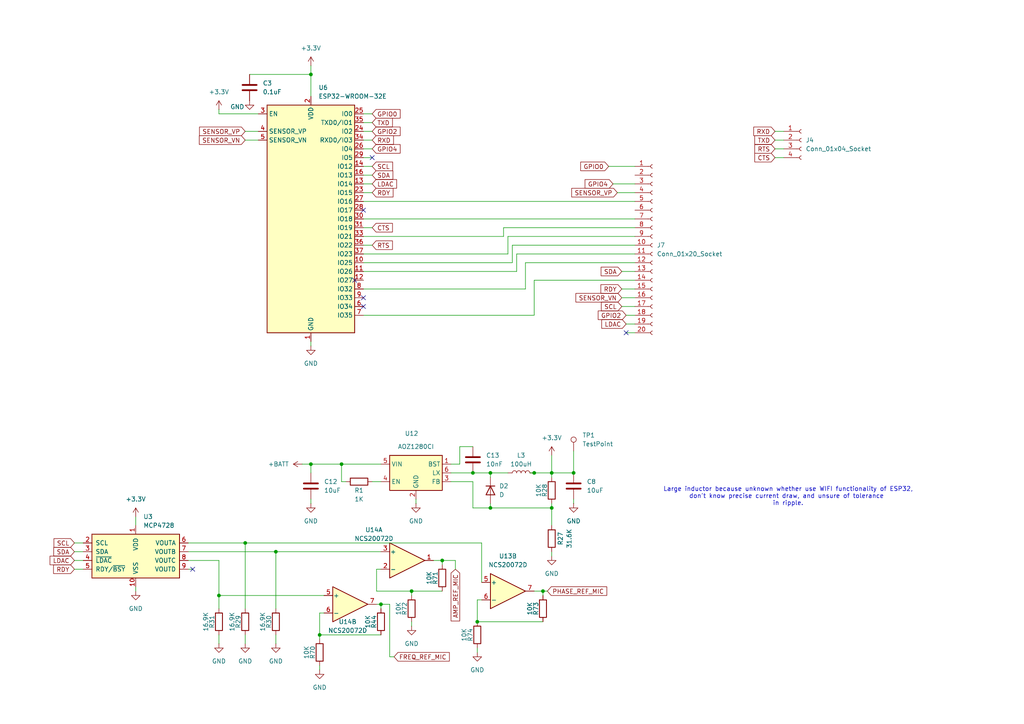
<source format=kicad_sch>
(kicad_sch (version 20250114) (generator "eeschema") (generator_version "9.0")
  (paper "A4")
  (lib_symbols
    (symbol "Amplifier_Operational:NCS20072D" (pin_names (offset 0.127))
      (property "Reference" "U" (at 2.54 6.35 0))
      (property "Value" "NCS20072D" (at 2.54 3.81 0))
      (symbol "NCS20072D_1_1"
        (polyline (pts (xy 5.08 0) (xy -5.08 5.08) (xy -5.08 -5.08) (xy 5.08 0)) (stroke (width 0.254)) (fill (type background)))
        (pin input line (at -7.62 2.54 0) (length 2.54) (name "+") (number "3"))
        (pin input line (at -7.62 -2.54 0) (length 2.54) (name "-") (number "2"))
        (pin output line (at 7.62 0 180) (length 2.54) (name "~") (number "1"))
      )
      (symbol "NCS20072D_2_1"
        (polyline (pts (xy 5.08 0) (xy -5.08 5.08) (xy -5.08 -5.08) (xy 5.08 0)) (stroke (width 0.254)) (fill (type background)))
        (pin input line (at -7.62 2.54 0) (length 2.54) (name "+") (number "5"))
        (pin input line (at -7.62 -2.54 0) (length 2.54) (name "-") (number "6"))
        (pin output line (at 7.62 0 180) (length 2.54) (name "~") (number "7"))
      )
      (symbol "NCS20072D_3_1"
        (pin power_in line (at 0 7.62 270) (length 3.81) (name "V+") (number "8"))
        (pin power_in line (at 0 -7.62 90) (length 3.81) (name "V-") (number "4"))
      )
    )
    (symbol "Analog_DAC:MCP4728" (pin_names (offset 1.016))
      (property "Reference" "U" (at -12.7 6.35 0))
      (property "Value" "MCP4728" (at 12.7 6.35 0))
      (symbol "MCP4728_0_1"
        (rectangle (start -12.7 5.08) (end 12.7 -7.62) (stroke (width 0.254)) (fill (type background)))
      )
      (symbol "MCP4728_1_1"
        (pin input line (at -15.24 2.54 0) (length 2.54) (name "SCL") (number "2"))
        (pin bidirectional line (at -15.24 0 0) (length 2.54) (name "SDA") (number "3"))
        (pin input line (at -15.24 -2.54 0) (length 2.54) (name "~{LDAC}") (number "4"))
        (pin output line (at -15.24 -5.08 0) (length 2.54) (name "RDY/~{BSY}") (number "5"))
        (pin power_in line (at 0 7.62 270) (length 2.54) (name "VDD") (number "1"))
        (pin power_in line (at 0 -10.16 90) (length 2.54) (name "VSS") (number "10"))
        (pin output line (at 15.24 2.54 180) (length 2.54) (name "VOUTA") (number "6"))
        (pin output line (at 15.24 0 180) (length 2.54) (name "VOUTB") (number "7"))
        (pin output line (at 15.24 -2.54 180) (length 2.54) (name "VOUTC") (number "8"))
        (pin output line (at 15.24 -5.08 180) (length 2.54) (name "VOUTD") (number "9"))
      )
    )
    (symbol "Connector:Conn_01x04_Socket" (pin_names (offset 1.016) (hide yes))
      (property "Reference" "J" (at 0 5.08 0))
      (property "Value" "Conn_01x04_Socket" (at 0 -7.62 0))
      (symbol "Conn_01x04_Socket_1_1"
        (polyline (pts (xy -1.27 2.54) (xy -0.508 2.54)) (stroke (width 0.1524)))
        (polyline (pts (xy -1.27 0) (xy -0.508 0)) (stroke (width 0.1524)))
        (polyline (pts (xy -1.27 -2.54) (xy -0.508 -2.54)) (stroke (width 0.1524)))
        (polyline (pts (xy -1.27 -5.08) (xy -0.508 -5.08)) (stroke (width 0.1524)))
        (arc (start 0 2.032) (mid -0.5058 2.54) (end 0 3.048) (stroke (width 0.1524)))
        (arc (start 0 -0.508) (mid -0.5058 0) (end 0 0.508) (stroke (width 0.1524)))
        (arc (start 0 -3.048) (mid -0.5058 -2.54) (end 0 -2.032) (stroke (width 0.1524)))
        (arc (start 0 -5.588) (mid -0.5058 -5.08) (end 0 -4.572) (stroke (width 0.1524)))
        (pin passive line (at -5.08 2.54 0) (length 3.81) (name "Pin_1") (number "1"))
        (pin passive line (at -5.08 0 0) (length 3.81) (name "Pin_2") (number "2"))
        (pin passive line (at -5.08 -2.54 0) (length 3.81) (name "Pin_3") (number "3"))
        (pin passive line (at -5.08 -5.08 0) (length 3.81) (name "Pin_4") (number "4"))
      )
    )
    (symbol "Connector:Conn_01x20_Socket" (pin_names (offset 1.016) (hide yes))
      (property "Reference" "J" (at 0 25.4 0))
      (property "Value" "Conn_01x20_Socket" (at 0 -27.94 0))
      (symbol "Conn_01x20_Socket_1_1"
        (polyline (pts (xy -1.27 22.86) (xy -0.508 22.86)) (stroke (width 0.1524)))
        (polyline (pts (xy -1.27 20.32) (xy -0.508 20.32)) (stroke (width 0.1524)))
        (polyline (pts (xy -1.27 17.78) (xy -0.508 17.78)) (stroke (width 0.1524)))
        (polyline (pts (xy -1.27 15.24) (xy -0.508 15.24)) (stroke (width 0.1524)))
        (polyline (pts (xy -1.27 12.7) (xy -0.508 12.7)) (stroke (width 0.1524)))
        (polyline (pts (xy -1.27 10.16) (xy -0.508 10.16)) (stroke (width 0.1524)))
        (polyline (pts (xy -1.27 7.62) (xy -0.508 7.62)) (stroke (width 0.1524)))
        (polyline (pts (xy -1.27 5.08) (xy -0.508 5.08)) (stroke (width 0.1524)))
        (polyline (pts (xy -1.27 2.54) (xy -0.508 2.54)) (stroke (width 0.1524)))
        (polyline (pts (xy -1.27 0) (xy -0.508 0)) (stroke (width 0.1524)))
        (polyline (pts (xy -1.27 -2.54) (xy -0.508 -2.54)) (stroke (width 0.1524)))
        (polyline (pts (xy -1.27 -5.08) (xy -0.508 -5.08)) (stroke (width 0.1524)))
        (polyline (pts (xy -1.27 -7.62) (xy -0.508 -7.62)) (stroke (width 0.1524)))
        (polyline (pts (xy -1.27 -10.16) (xy -0.508 -10.16)) (stroke (width 0.1524)))
        (polyline (pts (xy -1.27 -12.7) (xy -0.508 -12.7)) (stroke (width 0.1524)))
        (polyline (pts (xy -1.27 -15.24) (xy -0.508 -15.24)) (stroke (width 0.1524)))
        (polyline (pts (xy -1.27 -17.78) (xy -0.508 -17.78)) (stroke (width 0.1524)))
        (polyline (pts (xy -1.27 -20.32) (xy -0.508 -20.32)) (stroke (width 0.1524)))
        (polyline (pts (xy -1.27 -22.86) (xy -0.508 -22.86)) (stroke (width 0.1524)))
        (polyline (pts (xy -1.27 -25.4) (xy -0.508 -25.4)) (stroke (width 0.1524)))
        (arc (start 0 22.352) (mid -0.5058 22.86) (end 0 23.368) (stroke (width 0.1524)))
        (arc (start 0 19.812) (mid -0.5058 20.32) (end 0 20.828) (stroke (width 0.1524)))
        (arc (start 0 17.272) (mid -0.5058 17.78) (end 0 18.288) (stroke (width 0.1524)))
        (arc (start 0 14.732) (mid -0.5058 15.24) (end 0 15.748) (stroke (width 0.1524)))
        (arc (start 0 12.192) (mid -0.5058 12.7) (end 0 13.208) (stroke (width 0.1524)))
        (arc (start 0 9.652) (mid -0.5058 10.16) (end 0 10.668) (stroke (width 0.1524)))
        (arc (start 0 7.112) (mid -0.5058 7.62) (end 0 8.128) (stroke (width 0.1524)))
        (arc (start 0 4.572) (mid -0.5058 5.08) (end 0 5.588) (stroke (width 0.1524)))
        (arc (start 0 2.032) (mid -0.5058 2.54) (end 0 3.048) (stroke (width 0.1524)))
        (arc (start 0 -0.508) (mid -0.5058 0) (end 0 0.508) (stroke (width 0.1524)))
        (arc (start 0 -3.048) (mid -0.5058 -2.54) (end 0 -2.032) (stroke (width 0.1524)))
        (arc (start 0 -5.588) (mid -0.5058 -5.08) (end 0 -4.572) (stroke (width 0.1524)))
        (arc (start 0 -8.128) (mid -0.5058 -7.62) (end 0 -7.112) (stroke (width 0.1524)))
        (arc (start 0 -10.668) (mid -0.5058 -10.16) (end 0 -9.652) (stroke (width 0.1524)))
        (arc (start 0 -13.208) (mid -0.5058 -12.7) (end 0 -12.192) (stroke (width 0.1524)))
        (arc (start 0 -15.748) (mid -0.5058 -15.24) (end 0 -14.732) (stroke (width 0.1524)))
        (arc (start 0 -18.288) (mid -0.5058 -17.78) (end 0 -17.272) (stroke (width 0.1524)))
        (arc (start 0 -20.828) (mid -0.5058 -20.32) (end 0 -19.812) (stroke (width 0.1524)))
        (arc (start 0 -23.368) (mid -0.5058 -22.86) (end 0 -22.352) (stroke (width 0.1524)))
        (arc (start 0 -25.908) (mid -0.5058 -25.4) (end 0 -24.892) (stroke (width 0.1524)))
        (pin passive line (at -5.08 22.86 0) (length 3.81) (name "Pin_1") (number "1"))
        (pin passive line (at -5.08 20.32 0) (length 3.81) (name "Pin_2") (number "2"))
        (pin passive line (at -5.08 17.78 0) (length 3.81) (name "Pin_3") (number "3"))
        (pin passive line (at -5.08 15.24 0) (length 3.81) (name "Pin_4") (number "4"))
        (pin passive line (at -5.08 12.7 0) (length 3.81) (name "Pin_5") (number "5"))
        (pin passive line (at -5.08 10.16 0) (length 3.81) (name "Pin_6") (number "6"))
        (pin passive line (at -5.08 7.62 0) (length 3.81) (name "Pin_7") (number "7"))
        (pin passive line (at -5.08 5.08 0) (length 3.81) (name "Pin_8") (number "8"))
        (pin passive line (at -5.08 2.54 0) (length 3.81) (name "Pin_9") (number "9"))
        (pin passive line (at -5.08 0 0) (length 3.81) (name "Pin_10") (number "10"))
        (pin passive line (at -5.08 -2.54 0) (length 3.81) (name "Pin_11") (number "11"))
        (pin passive line (at -5.08 -5.08 0) (length 3.81) (name "Pin_12") (number "12"))
        (pin passive line (at -5.08 -7.62 0) (length 3.81) (name "Pin_13") (number "13"))
        (pin passive line (at -5.08 -10.16 0) (length 3.81) (name "Pin_14") (number "14"))
        (pin passive line (at -5.08 -12.7 0) (length 3.81) (name "Pin_15") (number "15"))
        (pin passive line (at -5.08 -15.24 0) (length 3.81) (name "Pin_16") (number "16"))
        (pin passive line (at -5.08 -17.78 0) (length 3.81) (name "Pin_17") (number "17"))
        (pin passive line (at -5.08 -20.32 0) (length 3.81) (name "Pin_18") (number "18"))
        (pin passive line (at -5.08 -22.86 0) (length 3.81) (name "Pin_19") (number "19"))
        (pin passive line (at -5.08 -25.4 0) (length 3.81) (name "Pin_20") (number "20"))
      )
    )
    (symbol "Connector:TestPoint" (pin_numbers (hide yes)) (pin_names (offset 0.762) (hide yes))
      (property "Reference" "TP" (at 0 6.858 0))
      (property "Value" "TestPoint" (at 0 5.08 0))
      (symbol "TestPoint_0_1"
        (circle (center 0 3.302) (radius 0.762))
      )
      (symbol "TestPoint_1_1"
        (pin passive line (at 0 0 90) (length 2.54) (name "1") (number "1"))
      )
    )
    (symbol "Device:C" (pin_numbers (hide yes)) (pin_names (offset 0.254))
      (property "Reference" "C" (at 0.635 2.54 0))
      (property "Value" "C" (at 0.635 -2.54 0))
      (symbol "C_0_1"
        (polyline (pts (xy -2.032 0.762) (xy 2.032 0.762)) (stroke (width 0.508)))
        (polyline (pts (xy -2.032 -0.762) (xy 2.032 -0.762)) (stroke (width 0.508)))
      )
      (symbol "C_1_1"
        (pin passive line (at 0 3.81 270) (length 2.794) (name "~") (number "1"))
        (pin passive line (at 0 -3.81 90) (length 2.794) (name "~") (number "2"))
      )
    )
    (symbol "Device:D" (pin_numbers (hide yes)) (pin_names (offset 1.016) (hide yes))
      (property "Reference" "D" (at 0 2.54 0))
      (property "Value" "D" (at 0 -2.54 0))
      (symbol "D_0_1"
        (polyline (pts (xy -1.27 1.27) (xy -1.27 -1.27)) (stroke (width 0.254)))
        (polyline (pts (xy 1.27 1.27) (xy 1.27 -1.27) (xy -1.27 0) (xy 1.27 1.27)) (stroke (width 0.254)))
        (polyline (pts (xy 1.27 0) (xy -1.27 0)))
      )
      (symbol "D_1_1"
        (pin passive line (at -3.81 0 0) (length 2.54) (name "K") (number "1"))
        (pin passive line (at 3.81 0 180) (length 2.54) (name "A") (number "2"))
      )
    )
    (symbol "Device:L" (pin_numbers (hide yes)) (pin_names (offset 1.016) (hide yes))
      (property "Reference" "L" (at -1.27 0 90))
      (property "Value" "L" (at 1.905 0 90))
      (symbol "L_0_1"
        (arc (start 0 2.54) (mid 0.6323 1.905) (end 0 1.27))
        (arc (start 0 1.27) (mid 0.6323 0.635) (end 0 0))
        (arc (start 0 0) (mid 0.6323 -0.635) (end 0 -1.27))
        (arc (start 0 -1.27) (mid 0.6323 -1.905) (end 0 -2.54))
      )
      (symbol "L_1_1"
        (pin passive line (at 0 3.81 270) (length 1.27) (name "1") (number "1"))
        (pin passive line (at 0 -3.81 90) (length 1.27) (name "2") (number "2"))
      )
    )
    (symbol "Device:R" (pin_numbers (hide yes)) (pin_names (offset 0))
      (property "Reference" "R" (at 2.032 0 90))
      (property "Value" "R" (at 0 0 90))
      (symbol "R_0_1"
        (rectangle (start -1.016 -2.54) (end 1.016 2.54) (stroke (width 0.254)))
      )
      (symbol "R_1_1"
        (pin passive line (at 0 3.81 270) (length 1.27) (name "~") (number "1"))
        (pin passive line (at 0 -3.81 90) (length 1.27) (name "~") (number "2"))
      )
    )
    (symbol "RF_Module:ESP32-WROOM-32E"
      (property "Reference" "U" (at -12.7 34.29 0))
      (property "Value" "ESP32-WROOM-32E" (at 1.27 34.29 0))
      (symbol "ESP32-WROOM-32E_0_1"
        (rectangle (start -12.7 33.02) (end 12.7 -33.02) (stroke (width 0.254)) (fill (type background)))
      )
      (symbol "ESP32-WROOM-32E_1_1"
        (pin input line (at -15.24 30.48 0) (length 2.54) (name "EN") (number "3"))
        (pin input line (at -15.24 25.4 0) (length 2.54) (name "SENSOR_VP") (number "4"))
        (pin input line (at -15.24 22.86 0) (length 2.54) (name "SENSOR_VN") (number "5"))
        (pin no_connect line (at -12.7 0 0) (length 2.54) (hide yes) (name "NC") (number "21"))
        (pin no_connect line (at -12.7 -2.54 0) (length 2.54) (hide yes) (name "NC") (number "22"))
        (pin no_connect line (at -12.7 -5.08 0) (length 2.54) (hide yes) (name "NC") (number "17"))
        (pin no_connect line (at -12.7 -7.62 0) (length 2.54) (hide yes) (name "NC") (number "18"))
        (pin no_connect line (at -12.7 -10.16 0) (length 2.54) (hide yes) (name "NC") (number "20"))
        (pin no_connect line (at -12.7 -12.7 0) (length 2.54) (hide yes) (name "NC") (number "19"))
        (pin no_connect line (at -12.7 -27.94 0) (length 2.54) (hide yes) (name "NC") (number "32"))
        (pin power_in line (at 0 35.56 270) (length 2.54) (name "VDD") (number "2"))
        (pin power_in line (at 0 -35.56 90) (length 2.54) (name "GND") (number "1"))
        (pin passive line (at 0 -35.56 90) (length 2.54) (hide yes) (name "GND") (number "15"))
        (pin passive line (at 0 -35.56 90) (length 2.54) (hide yes) (name "GND") (number "38"))
        (pin passive line (at 0 -35.56 90) (length 2.54) (hide yes) (name "GND") (number "39"))
        (pin bidirectional line (at 15.24 30.48 180) (length 2.54) (name "IO0") (number "25"))
        (pin bidirectional line (at 15.24 27.94 180) (length 2.54) (name "TXD0/IO1") (number "35"))
        (pin bidirectional line (at 15.24 25.4 180) (length 2.54) (name "IO2") (number "24"))
        (pin bidirectional line (at 15.24 22.86 180) (length 2.54) (name "RXD0/IO3") (number "34"))
        (pin bidirectional line (at 15.24 20.32 180) (length 2.54) (name "IO4") (number "26"))
        (pin bidirectional line (at 15.24 17.78 180) (length 2.54) (name "IO5") (number "29"))
        (pin bidirectional line (at 15.24 15.24 180) (length 2.54) (name "IO12") (number "14"))
        (pin bidirectional line (at 15.24 12.7 180) (length 2.54) (name "IO13") (number "16"))
        (pin bidirectional line (at 15.24 10.16 180) (length 2.54) (name "IO14") (number "13"))
        (pin bidirectional line (at 15.24 7.62 180) (length 2.54) (name "IO15") (number "23"))
        (pin bidirectional line (at 15.24 5.08 180) (length 2.54) (name "IO16") (number "27"))
        (pin bidirectional line (at 15.24 2.54 180) (length 2.54) (name "IO17") (number "28"))
        (pin bidirectional line (at 15.24 0 180) (length 2.54) (name "IO18") (number "30"))
        (pin bidirectional line (at 15.24 -2.54 180) (length 2.54) (name "IO19") (number "31"))
        (pin bidirectional line (at 15.24 -5.08 180) (length 2.54) (name "IO21") (number "33"))
        (pin bidirectional line (at 15.24 -7.62 180) (length 2.54) (name "IO22") (number "36"))
        (pin bidirectional line (at 15.24 -10.16 180) (length 2.54) (name "IO23") (number "37"))
        (pin bidirectional line (at 15.24 -12.7 180) (length 2.54) (name "IO25") (number "10"))
        (pin bidirectional line (at 15.24 -15.24 180) (length 2.54) (name "IO26") (number "11"))
        (pin bidirectional line (at 15.24 -17.78 180) (length 2.54) (name "IO27") (number "12"))
        (pin bidirectional line (at 15.24 -20.32 180) (length 2.54) (name "IO32") (number "8"))
        (pin bidirectional line (at 15.24 -22.86 180) (length 2.54) (name "IO33") (number "9"))
        (pin input line (at 15.24 -25.4 180) (length 2.54) (name "IO34") (number "6"))
        (pin input line (at 15.24 -27.94 180) (length 2.54) (name "IO35") (number "7"))
      )
    )
    (symbol "Regulator_Switching:AOZ1280CI"
      (property "Reference" "U" (at -6.35 -6.35 0))
      (property "Value" "AOZ1280CI" (at -2.54 6.35 0))
      (symbol "AOZ1280CI_0_1"
        (rectangle (start -7.62 5.08) (end 7.62 -5.08) (stroke (width 0.254)) (fill (type background)))
      )
      (symbol "AOZ1280CI_1_1"
        (pin power_in line (at -10.16 2.54 0) (length 2.54) (name "VIN") (number "5"))
        (pin input line (at -10.16 -2.54 0) (length 2.54) (name "EN") (number "4"))
        (pin power_in line (at 0 -7.62 90) (length 2.54) (name "GND") (number "2"))
        (pin input line (at 10.16 2.54 180) (length 2.54) (name "BST") (number "1"))
        (pin power_out line (at 10.16 0 180) (length 2.54) (name "LX") (number "6"))
        (pin input line (at 10.16 -2.54 180) (length 2.54) (name "FB") (number "3"))
      )
    )
    (symbol "power:+3.3V" (power) (pin_numbers (hide yes)) (pin_names (offset 0) (hide yes))
      (property "Value" "+3.3V" (at 0 3.556 0))
      (symbol "+3.3V_0_1"
        (polyline (pts (xy -0.762 1.27) (xy 0 2.54)))
        (polyline (pts (xy 0 2.54) (xy 0.762 1.27)))
        (polyline (pts (xy 0 0) (xy 0 2.54)))
      )
      (symbol "+3.3V_1_1"
        (pin power_in line (at 0 0 90) (length 0) (name "~") (number "1"))
      )
    )
    (symbol "power:+BATT" (power) (pin_numbers (hide yes)) (pin_names (offset 0) (hide yes))
      (property "Value" "+BATT" (at 0 3.556 0))
      (symbol "+BATT_0_1"
        (polyline (pts (xy -0.762 1.27) (xy 0 2.54)))
        (polyline (pts (xy 0 2.54) (xy 0.762 1.27)))
        (polyline (pts (xy 0 0) (xy 0 2.54)))
      )
      (symbol "+BATT_1_1"
        (pin power_in line (at 0 0 90) (length 0) (name "~") (number "1"))
      )
    )
    (symbol "power:GND" (power) (pin_numbers (hide yes)) (pin_names (offset 0) (hide yes))
      (property "Value" "GND" (at 0 -3.81 0))
      (symbol "GND_0_1"
        (polyline (pts (xy 0 0) (xy 0 -1.27) (xy 1.27 -1.27) (xy 0 -2.54) (xy -1.27 -1.27) (xy 0 -1.27)))
      )
      (symbol "GND_1_1"
        (pin power_in line (at 0 0 270) (length 0) (name "~") (number "1"))
      )
    )
  )
  (text "Large inductor because unknown whether use WIFI functionality of ESP32,\ndon't know precise current draw, and unsure of tolerance \nin ripple.\n" (at 228.6 144.018 0) (effects (font (size 1.27 1.27))))
  (junction (at 157.48 171.45))
  (junction (at 160.02 137.16))
  (junction (at 160.02 147.32))
  (junction (at 80.01 160.02))
  (junction (at 99.06 134.62))
  (junction (at 71.12 157.48))
  (junction (at 63.5 172.72))
  (junction (at 137.16 137.16))
  (junction (at 142.24 137.16))
  (junction (at 110.49 175.26))
  (junction (at 128.27 162.56))
  (junction (at 142.24 147.32))
  (junction (at 154.94 137.16))
  (junction (at 138.43 180.34))
  (junction (at 90.17 21.59))
  (junction (at 92.71 184.15))
  (junction (at 166.37 137.16))
  (junction (at 119.38 171.45))
  (junction (at 90.17 134.62))
  (no_connect (at 105.41 60.96))
  (no_connect (at 107.95 45.72))
  (no_connect (at 181.61 96.52))
  (no_connect (at 105.41 88.9))
  (no_connect (at 55.88 165.1))
  (no_connect (at 105.41 86.36))
  (no_connect (at 102.87 81.28))
  (wire (pts (xy 119.38 171.45) (xy 119.38 172.72)))
  (wire (pts (xy 63.5 31.75) (xy 63.5 33.02)))
  (wire (pts (xy 149.86 73.66) (xy 184.15 73.66)))
  (wire (pts (xy 157.48 171.45) (xy 158.75 171.45)))
  (wire (pts (xy 137.16 147.32) (xy 137.16 139.7)))
  (wire (pts (xy 92.71 184.15) (xy 110.49 184.15)))
  (wire (pts (xy 152.4 83.82) (xy 105.41 83.82)))
  (wire (pts (xy 63.5 172.72) (xy 63.5 176.53)))
  (wire (pts (xy 90.17 21.59) (xy 90.17 27.94)))
  (wire (pts (xy 90.17 19.05) (xy 90.17 21.59)))
  (wire (pts (xy 180.34 78.74) (xy 184.15 78.74)))
  (wire (pts (xy 166.37 137.16) (xy 166.37 130.81)))
  (wire (pts (xy 105.41 58.42) (xy 184.15 58.42)))
  (wire (pts (xy 125.73 162.56) (xy 128.27 162.56)))
  (wire (pts (xy 105.41 73.66) (xy 147.32 73.66)))
  (wire (pts (xy 109.22 171.45) (xy 109.22 165.1)))
  (wire (pts (xy 105.41 66.04) (xy 107.95 66.04)))
  (wire (pts (xy 139.7 157.48) (xy 139.7 168.91)))
  (wire (pts (xy 107.95 139.7) (xy 110.49 139.7)))
  (wire (pts (xy 157.48 171.45) (xy 154.94 171.45)))
  (wire (pts (xy 105.41 76.2) (xy 148.59 76.2)))
  (wire (pts (xy 105.41 68.58) (xy 146.05 68.58)))
  (wire (pts (xy 21.59 157.48) (xy 24.13 157.48)))
  (wire (pts (xy 160.02 147.32) (xy 142.24 147.32)))
  (wire (pts (xy 177.8 53.34) (xy 184.15 53.34)))
  (wire (pts (xy 148.59 71.12) (xy 184.15 71.12)))
  (wire (pts (xy 142.24 137.16) (xy 142.24 138.43)))
  (wire (pts (xy 152.4 76.2) (xy 152.4 83.82)))
  (wire (pts (xy 54.61 157.48) (xy 71.12 157.48)))
  (wire (pts (xy 99.06 134.62) (xy 99.06 139.7)))
  (wire (pts (xy 160.02 160.02) (xy 160.02 161.29)))
  (wire (pts (xy 149.86 78.74) (xy 149.86 73.66)))
  (wire (pts (xy 119.38 171.45) (xy 109.22 171.45)))
  (wire (pts (xy 114.3 190.5) (xy 113.03 190.5)))
  (wire (pts (xy 71.12 38.1) (xy 74.93 38.1)))
  (wire (pts (xy 105.41 53.34) (xy 107.95 53.34)))
  (wire (pts (xy 80.01 184.15) (xy 80.01 186.69)))
  (wire (pts (xy 148.59 76.2) (xy 148.59 71.12)))
  (wire (pts (xy 154.94 81.28) (xy 154.94 91.44)))
  (wire (pts (xy 105.41 63.5) (xy 184.15 63.5)))
  (wire (pts (xy 80.01 160.02) (xy 110.49 160.02)))
  (wire (pts (xy 133.35 129.54) (xy 137.16 129.54)))
  (wire (pts (xy 80.01 160.02) (xy 80.01 176.53)))
  (wire (pts (xy 184.15 81.28) (xy 154.94 81.28)))
  (wire (pts (xy 166.37 144.78) (xy 166.37 146.05)))
  (wire (pts (xy 137.16 139.7) (xy 130.81 139.7)))
  (wire (pts (xy 63.5 33.02) (xy 74.93 33.02)))
  (wire (pts (xy 128.27 171.45) (xy 119.38 171.45)))
  (wire (pts (xy 120.65 144.78) (xy 120.65 146.05)))
  (wire (pts (xy 54.61 162.56) (xy 63.5 162.56)))
  (wire (pts (xy 180.34 83.82) (xy 184.15 83.82)))
  (wire (pts (xy 21.59 162.56) (xy 24.13 162.56)))
  (wire (pts (xy 105.41 81.28) (xy 102.87 81.28)))
  (wire (pts (xy 132.08 162.56) (xy 132.08 165.1)))
  (wire (pts (xy 109.22 175.26) (xy 110.49 175.26)))
  (wire (pts (xy 105.41 55.88) (xy 107.95 55.88)))
  (wire (pts (xy 119.38 180.34) (xy 119.38 181.61)))
  (wire (pts (xy 160.02 147.32) (xy 160.02 152.4)))
  (wire (pts (xy 184.15 76.2) (xy 152.4 76.2)))
  (wire (pts (xy 113.03 190.5) (xy 113.03 175.26)))
  (wire (pts (xy 105.41 78.74) (xy 149.86 78.74)))
  (wire (pts (xy 154.94 91.44) (xy 105.41 91.44)))
  (wire (pts (xy 147.32 68.58) (xy 184.15 68.58)))
  (wire (pts (xy 224.79 38.1) (xy 227.33 38.1)))
  (wire (pts (xy 105.41 40.64) (xy 107.95 40.64)))
  (wire (pts (xy 157.48 172.72) (xy 157.48 171.45)))
  (wire (pts (xy 90.17 99.06) (xy 90.17 100.33)))
  (wire (pts (xy 147.32 73.66) (xy 147.32 68.58)))
  (wire (pts (xy 87.63 134.62) (xy 90.17 134.62)))
  (wire (pts (xy 154.94 137.16) (xy 153.67 137.16)))
  (wire (pts (xy 54.61 165.1) (xy 55.88 165.1)))
  (wire (pts (xy 105.41 71.12) (xy 107.95 71.12)))
  (wire (pts (xy 71.12 157.48) (xy 139.7 157.48)))
  (wire (pts (xy 71.12 40.64) (xy 74.93 40.64)))
  (wire (pts (xy 179.07 55.88) (xy 184.15 55.88)))
  (wire (pts (xy 146.05 66.04) (xy 184.15 66.04)))
  (wire (pts (xy 92.71 184.15) (xy 92.71 185.42)))
  (wire (pts (xy 160.02 146.05) (xy 160.02 147.32)))
  (wire (pts (xy 39.37 170.18) (xy 39.37 171.45)))
  (wire (pts (xy 138.43 180.34) (xy 138.43 173.99)))
  (wire (pts (xy 138.43 173.99) (xy 139.7 173.99)))
  (wire (pts (xy 181.61 93.98) (xy 184.15 93.98)))
  (wire (pts (xy 110.49 175.26) (xy 110.49 176.53)))
  (wire (pts (xy 128.27 162.56) (xy 128.27 163.83)))
  (wire (pts (xy 71.12 157.48) (xy 71.12 176.53)))
  (wire (pts (xy 39.37 149.86) (xy 39.37 152.4)))
  (wire (pts (xy 21.59 165.1) (xy 24.13 165.1)))
  (wire (pts (xy 105.41 48.26) (xy 107.95 48.26)))
  (wire (pts (xy 105.41 43.18) (xy 107.95 43.18)))
  (wire (pts (xy 63.5 184.15) (xy 63.5 186.69)))
  (wire (pts (xy 160.02 132.08) (xy 160.02 137.16)))
  (wire (pts (xy 105.41 33.02) (xy 107.95 33.02)))
  (wire (pts (xy 160.02 137.16) (xy 160.02 138.43)))
  (wire (pts (xy 138.43 189.23) (xy 138.43 187.96)))
  (wire (pts (xy 99.06 139.7) (xy 100.33 139.7)))
  (wire (pts (xy 142.24 147.32) (xy 137.16 147.32)))
  (wire (pts (xy 105.41 50.8) (xy 107.95 50.8)))
  (wire (pts (xy 142.24 146.05) (xy 142.24 147.32)))
  (wire (pts (xy 142.24 137.16) (xy 147.32 137.16)))
  (wire (pts (xy 93.98 177.8) (xy 92.71 177.8)))
  (wire (pts (xy 99.06 134.62) (xy 110.49 134.62)))
  (wire (pts (xy 180.34 88.9) (xy 184.15 88.9)))
  (wire (pts (xy 176.53 48.26) (xy 184.15 48.26)))
  (wire (pts (xy 105.41 35.56) (xy 107.95 35.56)))
  (wire (pts (xy 160.02 137.16) (xy 166.37 137.16)))
  (wire (pts (xy 132.08 162.56) (xy 128.27 162.56)))
  (wire (pts (xy 105.41 38.1) (xy 107.95 38.1)))
  (wire (pts (xy 224.79 45.72) (xy 227.33 45.72)))
  (wire (pts (xy 105.41 45.72) (xy 107.95 45.72)))
  (wire (pts (xy 224.79 43.18) (xy 227.33 43.18)))
  (wire (pts (xy 92.71 193.04) (xy 92.71 194.31)))
  (wire (pts (xy 72.39 21.59) (xy 90.17 21.59)))
  (wire (pts (xy 180.34 86.36) (xy 184.15 86.36)))
  (wire (pts (xy 137.16 137.16) (xy 142.24 137.16)))
  (wire (pts (xy 224.79 40.64) (xy 227.33 40.64)))
  (wire (pts (xy 113.03 175.26) (xy 110.49 175.26)))
  (wire (pts (xy 63.5 172.72) (xy 93.98 172.72)))
  (wire (pts (xy 92.71 177.8) (xy 92.71 184.15)))
  (wire (pts (xy 90.17 144.78) (xy 90.17 146.05)))
  (wire (pts (xy 63.5 172.72) (xy 63.5 162.56)))
  (wire (pts (xy 21.59 160.02) (xy 24.13 160.02)))
  (wire (pts (xy 181.61 91.44) (xy 184.15 91.44)))
  (wire (pts (xy 160.02 137.16) (xy 154.94 137.16)))
  (wire (pts (xy 109.22 165.1) (xy 110.49 165.1)))
  (wire (pts (xy 71.12 184.15) (xy 71.12 186.69)))
  (wire (pts (xy 54.61 160.02) (xy 80.01 160.02)))
  (wire (pts (xy 146.05 68.58) (xy 146.05 66.04)))
  (wire (pts (xy 133.35 134.62) (xy 133.35 129.54)))
  (wire (pts (xy 181.61 96.52) (xy 184.15 96.52)))
  (wire (pts (xy 130.81 137.16) (xy 137.16 137.16)))
  (wire (pts (xy 130.81 134.62) (xy 133.35 134.62)))
  (wire (pts (xy 90.17 134.62) (xy 99.06 134.62)))
  (wire (pts (xy 138.43 180.34) (xy 157.48 180.34)))
  (wire (pts (xy 90.17 134.62) (xy 90.17 137.16)))
  (global_label "SENSOR_VN" (shape input) (at 180.34 86.36 180) (property "Intersheetrefs" "${INTERSHEET_REFS}" (effects (hide yes))))
  (global_label "LDAC" (shape input) (at 107.95 53.34 0) (property "Intersheetrefs" "${INTERSHEET_REFS}" (effects (hide yes))))
  (global_label "RTS" (shape input) (at 224.79 43.18 180) (property "Intersheetrefs" "${INTERSHEET_REFS}" (effects (hide yes))))
  (global_label "AMP_REF_MIC" (shape input) (at 132.08 165.1 270) (property "Intersheetrefs" "${INTERSHEET_REFS}" (effects (hide yes))))
  (global_label "RDY" (shape input) (at 180.34 83.82 180) (property "Intersheetrefs" "${INTERSHEET_REFS}" (effects (hide yes))))
  (global_label "RXD" (shape input) (at 107.95 40.64 0) (property "Intersheetrefs" "${INTERSHEET_REFS}" (effects (hide yes))))
  (global_label "SCL" (shape input) (at 180.34 88.9 180) (property "Intersheetrefs" "${INTERSHEET_REFS}" (effects (hide yes))))
  (global_label "SENSOR_VP" (shape input) (at 179.07 55.88 180) (property "Intersheetrefs" "${INTERSHEET_REFS}" (effects (hide yes))))
  (global_label "LDAC" (shape input) (at 21.59 162.56 180) (property "Intersheetrefs" "${INTERSHEET_REFS}" (effects (hide yes))))
  (global_label "GPIO4" (shape input) (at 107.95 43.18 0) (property "Intersheetrefs" "${INTERSHEET_REFS}" (effects (hide yes))))
  (global_label "LDAC" (shape input) (at 181.61 93.98 180) (property "Intersheetrefs" "${INTERSHEET_REFS}" (effects (hide yes))))
  (global_label "SDA" (shape input) (at 107.95 50.8 0) (property "Intersheetrefs" "${INTERSHEET_REFS}" (effects (hide yes))))
  (global_label "GPIO2" (shape input) (at 181.61 91.44 180) (property "Intersheetrefs" "${INTERSHEET_REFS}" (effects (hide yes))))
  (global_label "GPIO2" (shape input) (at 107.95 38.1 0) (property "Intersheetrefs" "${INTERSHEET_REFS}" (effects (hide yes))))
  (global_label "TXD" (shape input) (at 224.79 40.64 180) (property "Intersheetrefs" "${INTERSHEET_REFS}" (effects (hide yes))))
  (global_label "SDA" (shape input) (at 21.59 160.02 180) (property "Intersheetrefs" "${INTERSHEET_REFS}" (effects (hide yes))))
  (global_label "CTS" (shape input) (at 224.79 45.72 180) (property "Intersheetrefs" "${INTERSHEET_REFS}" (effects (hide yes))))
  (global_label "RTS" (shape input) (at 107.95 71.12 0) (property "Intersheetrefs" "${INTERSHEET_REFS}" (effects (hide yes))))
  (global_label "GPIO4" (shape input) (at 177.8 53.34 180) (property "Intersheetrefs" "${INTERSHEET_REFS}" (effects (hide yes))))
  (global_label "FREQ_REF_MIC" (shape input) (at 114.3 190.5 0) (property "Intersheetrefs" "${INTERSHEET_REFS}" (effects (hide yes))))
  (global_label "SENSOR_VP" (shape input) (at 71.12 38.1 180) (property "Intersheetrefs" "${INTERSHEET_REFS}" (effects (hide yes))))
  (global_label "CTS" (shape input) (at 107.95 66.04 0) (property "Intersheetrefs" "${INTERSHEET_REFS}" (effects (hide yes))))
  (global_label "GPIO0" (shape input) (at 107.95 33.02 0) (property "Intersheetrefs" "${INTERSHEET_REFS}" (effects (hide yes))))
  (global_label "RDY" (shape input) (at 107.95 55.88 0) (property "Intersheetrefs" "${INTERSHEET_REFS}" (effects (hide yes))))
  (global_label "SDA" (shape input) (at 180.34 78.74 180) (property "Intersheetrefs" "${INTERSHEET_REFS}" (effects (hide yes))))
  (global_label "RDY" (shape input) (at 21.59 165.1 180) (property "Intersheetrefs" "${INTERSHEET_REFS}" (effects (hide yes))))
  (global_label "SCL" (shape input) (at 21.59 157.48 180) (property "Intersheetrefs" "${INTERSHEET_REFS}" (effects (hide yes))))
  (global_label "SENSOR_VN" (shape input) (at 71.12 40.64 180) (property "Intersheetrefs" "${INTERSHEET_REFS}" (effects (hide yes))))
  (global_label "RXD" (shape input) (at 224.79 38.1 180) (property "Intersheetrefs" "${INTERSHEET_REFS}" (effects (hide yes))))
  (global_label "PHASE_REF_MIC" (shape input) (at 158.75 171.45 0) (property "Intersheetrefs" "${INTERSHEET_REFS}" (effects (hide yes))))
  (global_label "TXD" (shape input) (at 107.95 35.56 0) (property "Intersheetrefs" "${INTERSHEET_REFS}" (effects (hide yes))))
  (global_label "SCL" (shape input) (at 107.95 48.26 0) (property "Intersheetrefs" "${INTERSHEET_REFS}" (effects (hide yes))))
  (global_label "GPIO0" (shape input) (at 176.53 48.26 180) (property "Intersheetrefs" "${INTERSHEET_REFS}" (effects (hide yes))))
  (symbol (lib_id "power:+3.3V") (at 39.37 149.86 0) (unit 1)
    (property "Reference" "#PWR031" (effects (hide yes)))
    (property "Value" "+3.3V" (at 39.37 144.78 0))
    (property "Description" "Power symbol creates a global label with name \"+3.3V\"" (effects (hide yes)))
  )
  (symbol (lib_id "Device:R") (at 128.27 167.64 0) (unit 1)
    (property "Reference" "R71" (at 126.238 167.64 90))
    (property "Value" "10K" (at 124.46 167.64 90))
    (property "Footprint" "Resistor_SMD:R_0603_1608Metric" (effects (hide yes)))
    (property "Description" "Resistor" (effects (hide yes)))
  )
  (symbol (lib_id "power:GND") (at 90.17 100.33 0) (unit 1)
    (property "Reference" "#PWR022" (effects (hide yes)))
    (property "Value" "GND" (at 90.17 105.41 0))
    (property "Description" "Power symbol creates a global label with name \"GND\" , ground" (effects (hide yes)))
  )
  (symbol (lib_id "power:GND") (at 119.38 181.61 0) (unit 1)
    (property "Reference" "#PWR085" (effects (hide yes)))
    (property "Value" "GND" (at 119.38 186.69 0))
    (property "Description" "Power symbol creates a global label with name \"GND\" , ground" (effects (hide yes)))
  )
  (symbol (lib_id "Device:R") (at 157.48 176.53 0) (unit 1)
    (property "Reference" "R73" (at 155.448 176.53 90))
    (property "Value" "10K" (at 153.67 176.53 90))
    (property "Footprint" "Resistor_SMD:R_0603_1608Metric" (effects (hide yes)))
    (property "Description" "Resistor" (effects (hide yes)))
  )
  (symbol (lib_id "power:GND") (at 63.5 186.69 0) (unit 1)
    (property "Reference" "#PWR067" (effects (hide yes)))
    (property "Value" "GND" (at 63.5 191.77 0))
    (property "Description" "Power symbol creates a global label with name \"GND\" , ground" (effects (hide yes)))
  )
  (symbol (lib_id "power:+3.3V") (at 90.17 19.05 0) (unit 1)
    (property "Reference" "#PWR023" (effects (hide yes)))
    (property "Value" "+3.3V" (at 90.17 13.97 0))
    (property "Description" "Power symbol creates a global label with name \"+3.3V\"" (effects (hide yes)))
  )
  (symbol (lib_id "Device:L") (at 151.13 137.16 90) (unit 1)
    (property "Reference" "L3" (at 151.13 132.08 90))
    (property "Value" "100uH" (at 151.13 134.62 90))
    (property "Footprint" "Inductor_THT:L_Radial_D8.7mm_P5.00mm_Fastron_07HCP" (effects (hide yes)))
    (property "Description" "Inductor" (effects (hide yes)))
  )
  (symbol (lib_id "power:GND") (at 160.02 161.29 0) (unit 1)
    (property "Reference" "#PWR043" (effects (hide yes)))
    (property "Value" "GND" (at 160.02 166.37 0))
    (property "Description" "Power symbol creates a global label with name \"GND\" , ground" (effects (hide yes)))
  )
  (symbol (lib_id "Connector:Conn_01x20_Socket") (at 189.23 71.12 0) (unit 1)
    (property "Reference" "J7" (at 190.5 71.1199 0) (effects (justify left)))
    (property "Value" "Conn_01x20_Socket" (at 190.5 73.6599 0) (effects (justify left)))
    (property "Footprint" "Connector_PinHeader_2.54mm:PinHeader_2x10_P2.54mm_Vertical" (effects (hide yes)))
    (property "Description" "Generic connector, single row, 01x20, script generated" (effects (hide yes)))
  )
  (symbol (lib_id "Connector:Conn_01x04_Socket") (at 232.41 40.64 0) (unit 1)
    (property "Reference" "J4" (at 233.68 40.6399 0) (effects (justify left)))
    (property "Value" "Conn_01x04_Socket" (at 233.68 43.1799 0) (effects (justify left)))
    (property "Footprint" "Connector_Phoenix_MSTB:PhoenixContact_MSTBVA_2,5_4-G-5,08_1x04_P5.08mm_Vertical" (effects (hide yes)))
    (property "Description" "Generic connector, single row, 01x04, script generated" (effects (hide yes)))
  )
  (symbol (lib_id "power:+BATT") (at 87.63 134.62 90) (unit 1)
    (property "Reference" "#PWR038" (effects (hide yes)))
    (property "Value" "+BATT" (at 83.82 134.6199 90) (effects (justify left)))
    (property "Description" "Power symbol creates a global label with name \"+BATT\"" (effects (hide yes)))
  )
  (symbol (lib_id "Device:R") (at 160.02 142.24 0) (unit 1)
    (property "Reference" "R28" (at 157.988 142.24 90))
    (property "Value" "10K" (at 156.21 142.24 90))
    (property "Footprint" "Resistor_SMD:R_0603_1608Metric" (effects (hide yes)))
    (property "Description" "Resistor" (effects (hide yes)))
  )
  (symbol (lib_id "power:GND") (at 90.17 146.05 0) (unit 1)
    (property "Reference" "#PWR064" (effects (hide yes)))
    (property "Value" "GND" (at 90.17 151.13 0))
    (property "Description" "Power symbol creates a global label with name \"GND\" , ground" (effects (hide yes)))
  )
  (symbol (lib_id "Amplifier_Operational:NCS20072D") (at 147.32 171.45 0) (unit 2)
    (property "Reference" "U13" (at 147.32 161.29 0))
    (property "Value" "NCS20072D" (at 147.32 163.83 0))
    (property "Footprint" "Package_SO:SOIC-8_3.9x4.9mm_P1.27mm" (effects (hide yes)))
    (property "Datasheet" "https://www.onsemi.com/pub/Collateral/NCS20071-D.PDF" (effects (hide yes)))
    (property "Description" "Dual, 2.8V/µs, Rail-to-Rail Output, SOIC-8" (effects (hide yes)))
  )
  (symbol (lib_id "power:GND") (at 39.37 171.45 0) (unit 1)
    (property "Reference" "#PWR034" (effects (hide yes)))
    (property "Value" "GND" (at 39.37 176.53 0))
    (property "Description" "Power symbol creates a global label with name \"GND\" , ground" (effects (hide yes)))
  )
  (symbol (lib_id "Amplifier_Operational:NCS20072D") (at 101.6 175.26 0) (unit 2)
    (property "Reference" "U14" (at 100.838 180.34 0))
    (property "Value" "NCS20072D" (at 100.838 182.88 0))
    (property "Footprint" "Package_SO:SOIC-8_3.9x4.9mm_P1.27mm" (effects (hide yes)))
    (property "Datasheet" "https://www.onsemi.com/pub/Collateral/NCS20071-D.PDF" (effects (hide yes)))
    (property "Description" "Dual, 2.8V/µs, Rail-to-Rail Output, SOIC-8" (effects (hide yes)))
  )
  (symbol (lib_id "Connector:TestPoint") (at 166.37 130.81 0) (unit 1)
    (property "Reference" "TP1" (at 168.91 126.2379 0) (effects (justify left)))
    (property "Value" "TestPoint" (at 168.91 128.7779 0) (effects (justify left)))
    (property "Footprint" "TestPoint:TestPoint_THTPad_1.0x1.0mm_Drill0.5mm" (effects (hide yes)))
    (property "Description" "test point" (effects (hide yes)))
  )
  (symbol (lib_id "Device:C") (at 72.39 25.4 0) (unit 1)
    (property "Reference" "C3" (at 76.2 24.1299 0) (effects (justify left)))
    (property "Value" "0.1uF" (at 76.2 26.6699 0) (effects (justify left)))
    (property "Footprint" "Capacitor_SMD:C_0603_1608Metric" (effects (hide yes)))
    (property "Description" "Unpolarized capacitor" (effects (hide yes)))
  )
  (symbol (lib_id "Device:R") (at 63.5 180.34 0) (unit 1)
    (property "Reference" "R31" (at 61.468 180.34 90))
    (property "Value" "16.9K" (at 59.69 180.34 90))
    (property "Footprint" "Resistor_SMD:R_0603_1608Metric" (effects (hide yes)))
    (property "Description" "Resistor" (effects (hide yes)))
  )
  (symbol (lib_id "power:GND") (at 120.65 146.05 0) (unit 1)
    (property "Reference" "#PWR068" (effects (hide yes)))
    (property "Value" "GND" (at 120.65 151.13 0))
    (property "Description" "Power symbol creates a global label with name \"GND\" , ground" (effects (hide yes)))
  )
  (symbol (lib_id "power:+3.3V") (at 160.02 132.08 0) (unit 1)
    (property "Reference" "#PWR046" (effects (hide yes)))
    (property "Value" "+3.3V" (at 160.02 127 0))
    (property "Description" "Power symbol creates a global label with name \"+3.3V\"" (effects (hide yes)))
  )
  (symbol (lib_id "Amplifier_Operational:NCS20072D") (at 118.11 162.56 0) (unit 1)
    (property "Reference" "U14" (at 108.458 153.67 0))
    (property "Value" "NCS20072D" (at 108.458 156.21 0))
    (property "Footprint" "Package_SO:SOIC-8_3.9x4.9mm_P1.27mm" (effects (hide yes)))
    (property "Datasheet" "https://www.onsemi.com/pub/Collateral/NCS20071-D.PDF" (effects (hide yes)))
    (property "Description" "Dual, 2.8V/µs, Rail-to-Rail Output, SOIC-8" (effects (hide yes)))
  )
  (symbol (lib_id "Device:C") (at 166.37 140.97 180) (unit 1)
    (property "Reference" "C8" (at 170.18 139.6999 0) (effects (justify right)))
    (property "Value" "10uF" (at 170.18 142.2399 0) (effects (justify right)))
    (property "Footprint" "Capacitor_SMD:C_0603_1608Metric" (effects (hide yes)))
    (property "Description" "Unpolarized capacitor" (effects (hide yes)))
  )
  (symbol (lib_id "power:GND") (at 138.43 189.23 0) (unit 1)
    (property "Reference" "#PWR086" (effects (hide yes)))
    (property "Value" "GND" (at 138.43 194.31 0))
    (property "Description" "Power symbol creates a global label with name \"GND\" , ground" (effects (hide yes)))
  )
  (symbol (lib_id "power:GND") (at 166.37 146.05 0) (unit 1)
    (property "Reference" "#PWR048" (effects (hide yes)))
    (property "Value" "GND" (at 166.37 151.13 0))
    (property "Description" "Power symbol creates a global label with name \"GND\" , ground" (effects (hide yes)))
  )
  (symbol (lib_id "Device:C") (at 137.16 133.35 180) (unit 1)
    (property "Reference" "C13" (at 140.97 132.0799 0) (effects (justify right)))
    (property "Value" "10nF" (at 140.97 134.6199 0) (effects (justify right)))
    (property "Footprint" "Capacitor_SMD:C_0603_1608Metric" (effects (hide yes)))
    (property "Description" "Unpolarized capacitor" (effects (hide yes)))
  )
  (symbol (lib_id "power:GND") (at 72.39 29.21 0) (unit 1)
    (property "Reference" "#PWR089" (effects (hide yes)))
    (property "Value" "GND" (at 68.834 30.988 0))
    (property "Description" "Power symbol creates a global label with name \"GND\" , ground" (effects (hide yes)))
  )
  (symbol (lib_id "RF_Module:ESP32-WROOM-32E") (at 90.17 63.5 0) (unit 1)
    (property "Reference" "U6" (at 92.3641 25.4 0) (effects (justify left)))
    (property "Value" "ESP32-WROOM-32E" (at 92.3641 27.94 0) (effects (justify left)))
    (property "Footprint" "RF_Module:ESP32-WROOM-32D" (effects (hide yes)))
    (property "Datasheet" "https://www.espressif.com/sites/default/files/documentation/esp32-wroom-32e_esp32-wroom-32ue_datasheet_en.pdf" (effects (hide yes)))
    (property "Description" "RF Module, ESP32-D0WD-V3 SoC, without PSRAM, Wi-Fi 802.11b/g/n, Bluetooth, BLE, 32-bit, 2.7-3.6V, onboard antenna, SMD" (effects (hide yes)))
  )
  (symbol (lib_id "Analog_DAC:MCP4728") (at 39.37 160.02 0) (unit 1)
    (property "Reference" "U3" (at 41.5641 149.86 0) (effects (justify left)))
    (property "Value" "MCP4728" (at 41.5641 152.4 0) (effects (justify left)))
    (property "Footprint" "Package_SO:MSOP-10_3x3mm_P0.5mm" (effects (hide yes)))
    (property "Datasheet" "http://ww1.microchip.com/downloads/en/DeviceDoc/22187E.pdf" (effects (hide yes)))
    (property "Description" "12-bit digital to analog converter, quad output, 2.048V internal reference, integrated EEPROM, I2C interface" (effects (hide yes)))
  )
  (symbol (lib_id "power:GND") (at 71.12 186.69 0) (unit 1)
    (property "Reference" "#PWR065" (effects (hide yes)))
    (property "Value" "GND" (at 71.12 191.77 0))
    (property "Description" "Power symbol creates a global label with name \"GND\" , ground" (effects (hide yes)))
  )
  (symbol (lib_id "power:+3.3V") (at 63.5 31.75 0) (unit 1)
    (property "Reference" "#PWR025" (effects (hide yes)))
    (property "Value" "+3.3V" (at 63.5 26.67 0))
    (property "Description" "Power symbol creates a global label with name \"+3.3V\"" (effects (hide yes)))
  )
  (symbol (lib_id "power:GND") (at 92.71 194.31 0) (unit 1)
    (property "Reference" "#PWR084" (effects (hide yes)))
    (property "Value" "GND" (at 92.71 199.39 0))
    (property "Description" "Power symbol creates a global label with name \"GND\" , ground" (effects (hide yes)))
  )
  (symbol (lib_id "Device:R") (at 71.12 180.34 0) (unit 1)
    (property "Reference" "R29" (at 69.088 180.34 90))
    (property "Value" "16.9K" (at 67.31 180.34 90))
    (property "Footprint" "Resistor_SMD:R_0603_1608Metric" (effects (hide yes)))
    (property "Description" "Resistor" (effects (hide yes)))
  )
  (symbol (lib_id "Device:D") (at 142.24 142.24 270) (unit 1)
    (property "Reference" "D2" (at 144.78 140.9699 90) (effects (justify left)))
    (property "Value" "D" (at 144.78 143.5099 90) (effects (justify left)))
    (property "Footprint" "Diode_SMD:D_SMA" (effects (hide yes)))
    (property "Description" "Diode" (effects (hide yes)))
    (property "Sim.Device" "D" (effects (hide yes)))
    (property "Sim.Pins" "1=K 2=A" (effects (hide yes)))
  )
  (symbol (lib_id "Device:R") (at 104.14 139.7 90) (unit 1)
    (property "Reference" "R1" (at 104.14 142.24 90))
    (property "Value" "1K" (at 104.14 144.78 90))
    (property "Footprint" "Resistor_SMD:R_0603_1608Metric" (effects (hide yes)))
    (property "Description" "Resistor" (effects (hide yes)))
  )
  (symbol (lib_id "power:GND") (at 80.01 186.69 0) (unit 1)
    (property "Reference" "#PWR066" (effects (hide yes)))
    (property "Value" "GND" (at 80.01 191.77 0))
    (property "Description" "Power symbol creates a global label with name \"GND\" , ground" (effects (hide yes)))
  )
  (symbol (lib_id "Device:R") (at 160.02 156.21 180) (unit 1)
    (property "Reference" "R27" (at 162.56 156.21 90))
    (property "Value" "31.6K" (at 165.1 156.21 90))
    (property "Footprint" "Resistor_SMD:R_0603_1608Metric" (effects (hide yes)))
    (property "Description" "Resistor" (effects (hide yes)))
  )
  (symbol (lib_id "Device:R") (at 119.38 176.53 0) (unit 1)
    (property "Reference" "R72" (at 117.348 176.53 90))
    (property "Value" "10K" (at 115.57 176.53 90))
    (property "Footprint" "Resistor_SMD:R_0603_1608Metric" (effects (hide yes)))
    (property "Description" "Resistor" (effects (hide yes)))
  )
  (symbol (lib_id "Device:R") (at 138.43 184.15 0) (unit 1)
    (property "Reference" "R74" (at 136.398 184.15 90))
    (property "Value" "10K" (at 134.62 184.15 90))
    (property "Footprint" "Resistor_SMD:R_0603_1608Metric" (effects (hide yes)))
    (property "Description" "Resistor" (effects (hide yes)))
  )
  (symbol (lib_id "Device:C") (at 90.17 140.97 0) (unit 1)
    (property "Reference" "C12" (at 93.98 139.6999 0) (effects (justify left)))
    (property "Value" "10uF" (at 93.98 142.2399 0) (effects (justify left)))
    (property "Footprint" "Capacitor_SMD:C_0603_1608Metric" (effects (hide yes)))
    (property "Description" "Unpolarized capacitor" (effects (hide yes)))
  )
  (symbol (lib_id "Device:R") (at 80.01 180.34 0) (unit 1)
    (property "Reference" "R30" (at 77.978 180.34 90))
    (property "Value" "16.9K" (at 76.2 180.34 90))
    (property "Footprint" "Resistor_SMD:R_0603_1608Metric" (effects (hide yes)))
    (property "Description" "Resistor" (effects (hide yes)))
  )
  (symbol (lib_id "Regulator_Switching:AOZ1280CI") (at 120.65 137.16 0) (unit 1)
    (property "Reference" "U12" (at 119.38 125.73 0))
    (property "Value" "AOZ1280CI" (at 120.65 129.54 0))
    (property "Footprint" "Package_TO_SOT_SMD:SOT-23-6" (effects (hide yes)))
    (property "Datasheet" "http://aosmd.com/res/data_sheets/AOZ1280CI.pdf" (effects (hide yes)))
    (property "Description" "1.2 A Simple Buck Regulator, 3-26V input, 1.5Mhz" (effects (hide yes)))
  )
  (symbol (lib_id "Device:R") (at 110.49 180.34 0) (unit 1)
    (property "Reference" "R44" (at 108.458 180.34 90))
    (property "Value" "10K" (at 106.68 180.34 90))
    (property "Footprint" "Resistor_SMD:R_0603_1608Metric" (effects (hide yes)))
    (property "Description" "Resistor" (effects (hide yes)))
  )
  (symbol (lib_id "Device:R") (at 92.71 189.23 0) (unit 1)
    (property "Reference" "R70" (at 90.678 189.23 90))
    (property "Value" "10K" (at 88.9 189.23 90))
    (property "Footprint" "Resistor_SMD:R_0603_1608Metric" (effects (hide yes)))
    (property "Description" "Resistor" (effects (hide yes)))
  )
)
</source>
